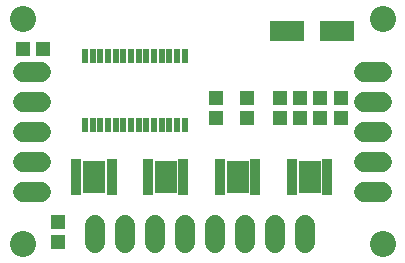
<source format=gbr>
G04 EAGLE Gerber RS-274X export*
G75*
%MOMM*%
%FSLAX34Y34*%
%LPD*%
%INSoldermask Top*%
%IPPOS*%
%AMOC8*
5,1,8,0,0,1.08239X$1,22.5*%
G01*
%ADD10C,2.203200*%
%ADD11R,1.903200X2.703200*%
%ADD12R,0.853200X0.503200*%
%ADD13R,0.508000X1.193800*%
%ADD14R,1.203200X1.303200*%
%ADD15C,1.727200*%
%ADD16R,1.303200X1.203200*%
%ADD17R,3.003200X1.803200*%


D10*
X50000Y250000D03*
X50000Y60000D03*
X355000Y60000D03*
X355000Y250000D03*
D11*
X292900Y116600D03*
D12*
X307650Y104100D03*
X307650Y109100D03*
X307650Y114100D03*
X307650Y119100D03*
X307650Y124100D03*
X307650Y129100D03*
X277650Y104100D03*
X277650Y109100D03*
X277650Y114100D03*
X277650Y119100D03*
X277650Y124100D03*
X277650Y129100D03*
D11*
X232100Y116600D03*
D12*
X246850Y104100D03*
X246850Y109100D03*
X246850Y114100D03*
X246850Y119100D03*
X246850Y124100D03*
X246850Y129100D03*
X216850Y104100D03*
X216850Y109100D03*
X216850Y114100D03*
X216850Y119100D03*
X216850Y124100D03*
X216850Y129100D03*
D11*
X171300Y116600D03*
D12*
X186050Y104100D03*
X186050Y109100D03*
X186050Y114100D03*
X186050Y119100D03*
X186050Y124100D03*
X186050Y129100D03*
X156050Y104100D03*
X156050Y109100D03*
X156050Y114100D03*
X156050Y119100D03*
X156050Y124100D03*
X156050Y129100D03*
D11*
X110500Y116600D03*
D12*
X125250Y104100D03*
X125250Y109100D03*
X125250Y114100D03*
X125250Y119100D03*
X125250Y124100D03*
X125250Y129100D03*
X95250Y104100D03*
X95250Y109100D03*
X95250Y114100D03*
X95250Y119100D03*
X95250Y124100D03*
X95250Y129100D03*
D13*
X187150Y218678D03*
X180650Y218678D03*
X174150Y218678D03*
X167650Y218678D03*
X161150Y218678D03*
X154650Y218678D03*
X148150Y218678D03*
X141650Y218678D03*
X135150Y218678D03*
X128650Y218678D03*
X122150Y218678D03*
X115650Y218678D03*
X109150Y218678D03*
X102650Y218678D03*
X102650Y160322D03*
X109150Y160322D03*
X115650Y160322D03*
X122150Y160322D03*
X128650Y160322D03*
X135150Y160322D03*
X141650Y160322D03*
X148150Y160322D03*
X154650Y160322D03*
X161150Y160322D03*
X167650Y160322D03*
X174150Y160322D03*
X180650Y160322D03*
X187150Y160322D03*
D14*
X213800Y166500D03*
X213800Y183500D03*
X267500Y166700D03*
X267500Y183700D03*
X284500Y166800D03*
X284500Y183800D03*
X301600Y166600D03*
X301600Y183600D03*
X319200Y166700D03*
X319200Y183700D03*
X240100Y166700D03*
X240100Y183700D03*
D15*
X288900Y75720D02*
X288900Y60480D01*
X263500Y60480D02*
X263500Y75720D01*
X238100Y75720D02*
X238100Y60480D01*
X212700Y60480D02*
X212700Y75720D01*
X187300Y75720D02*
X187300Y60480D01*
X161900Y60480D02*
X161900Y75720D01*
X136500Y75720D02*
X136500Y60480D01*
X111100Y60480D02*
X111100Y75720D01*
X65720Y104200D02*
X50480Y104200D01*
X50480Y129600D02*
X65720Y129600D01*
X65720Y155000D02*
X50480Y155000D01*
X50480Y180400D02*
X65720Y180400D01*
X65720Y205800D02*
X50480Y205800D01*
X339280Y205800D02*
X354520Y205800D01*
X354520Y180400D02*
X339280Y180400D01*
X339280Y155000D02*
X354520Y155000D01*
X354520Y129600D02*
X339280Y129600D01*
X339280Y104200D02*
X354520Y104200D01*
D16*
X50500Y224600D03*
X67500Y224600D03*
D17*
X316500Y240000D03*
X273500Y240000D03*
D14*
X80000Y78500D03*
X80000Y61500D03*
M02*

</source>
